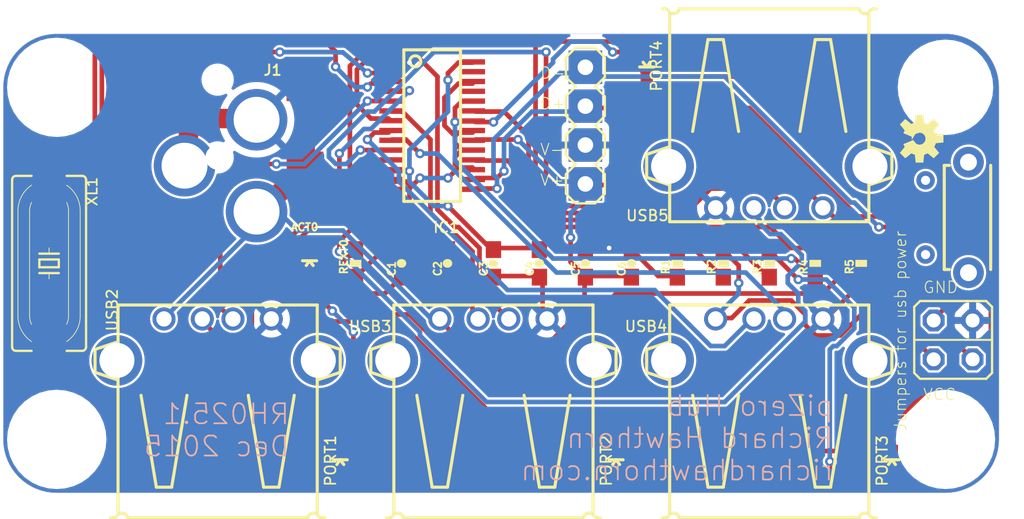
<source format=kicad_pcb>
(kicad_pcb (version 20211014) (generator pcbnew)
  (layers (0 "F.Cu" signal) (31 "B.Cu" signal) (34 "B.Paste" user) (35 "F.Paste" user) (36 "B.SilkS" user "B.Silkscreen") (37 "F.SilkS" user "F.Silkscreen") (38 "B.Mask" user) (39 "F.Mask" user) (44 "Edge.Cuts" user))
  (net 0 "")
  (net 1 "GND")
  (net 2 "D-")
  (net 3 "N$8")
  (net 4 "N$1")
  (net 5 "N$7")
  (net 6 "N$9")
  (net 7 "N$11")
  (net 8 "N$12")
  (net 9 "N$14")
  (net 10 "N$15")
  (net 11 "N$16")
  (net 12 "N$17")
  (net 13 "N$18")
  (net 14 "N$19")
  (net 15 "VBUS")
  (net 16 "3V3")
  (net 17 "N$13")
  (net 18 "N$22")
  (net 19 "N$6")
  (net 20 "N$20")
  (net 21 "N$23")
  (net 22 "N$24")
  (net 23 "N$25")
  (net 24 "D+")
  (net 25 "N$3")
  (net 26 "N$4")
  (footprint "RH025.1:LED-0603" (layer "F.Cu") (at 156.0011 118.0036)
    (fp_text reference "PORT2")
    (fp_text value "" hide)
  )
  (footprint "RH025.1:USB-MICROB-TH" (layer "F.Cu") (at 179.0011 102.0036 90)
    (fp_text reference "USB1" hide)
    (fp_text value "USBMICROB-PTH" hide)
  )
  (footprint "RH025.1:CAP-0603" (layer "F.Cu") (at 154.0011 105.0036 90)
    (fp_text reference "C5")
    (fp_text value "10uF" hide)
  )
  (footprint "RH025.1:CAP-0603" (layer "F.Cu") (at 151.0011 105.0036 -90)
    (fp_text reference "C4")
    (fp_text value "10uF" hide)
  )
  (footprint "RH025.1:RES-0603" (layer "F.Cu") (at 169.0011 105.0036 90)
    (fp_text reference "R4")
    (fp_text value "330" hide)
  )
  (footprint "RH025.1:LED-0603" (layer "F.Cu") (at 158.0011 92.0036 180)
    (fp_text reference "PORT4")
    (fp_text value "" hide)
  )
  (footprint "RH025.1:CAP-0603" (layer "F.Cu") (at 157.0011 105.0036 90)
    (fp_text reference "C6")
    (fp_text value "0.1uF" hide)
  )
  (footprint "RH025.1:USB-A-F-PTH" (layer "F.Cu") (at 148.0011 114.0036)
    (fp_text reference "USB3")
    (fp_text value "USBA-PTH" hide)
  )
  (footprint "" (layer "F.Cu") (at 119.5011 116.5036)
    (fp_text reference "@HOLE0" hide)
    (fp_text value "")
  )
  (footprint "" (layer "F.Cu") (at 119.5011 93.5036)
    (fp_text reference "@HOLE2" hide)
    (fp_text value "")
  )
  (footprint "RH025.1:LED-0603" (layer "F.Cu") (at 174.0011 118.0036)
    (fp_text reference "PORT3")
    (fp_text value "" hide)
  )
  (footprint "RH025.1:JP2Q" (layer "F.Cu") (at 178.0011 110.0036)
    (fp_text reference "JP1" hide)
    (fp_text value "")
  )
  (footprint "RH025.1:LED-0603" (layer "F.Cu") (at 138.0011 118.0036)
    (fp_text reference "PORT1")
    (fp_text value "" hide)
  )
  (footprint "RH025.1:CAP-0603" (layer "F.Cu") (at 148.0011 105.0036 -90)
    (fp_text reference "C3")
    (fp_text value "0.1uF" hide)
  )
  (footprint "RH025.1:FE1.1S_SSOP-28" (layer "F.Cu") (at 144.0011 96.0036 -90)
    (fp_text reference "IC1")
    (fp_text value "FE1.1S" hide)
  )
  (footprint "RH025.1:USB-A-F-PTH" (layer "F.Cu") (at 166.0011 114.0036)
    (fp_text reference "USB4")
    (fp_text value "USBA-PTH" hide)
  )
  (footprint "RH025.1:CAP-0603" (layer "F.Cu") (at 142.0011 105.0036 -90)
    (fp_text reference "C1")
    (fp_text value "0.1uF" hide)
  )
  (footprint "RH025.1:RES-0603" (layer "F.Cu") (at 172.0011 105.0036 90)
    (fp_text reference "R5")
    (fp_text value "330" hide)
  )
  (footprint "RH025.1:CAP-0603" (layer "F.Cu") (at 145.0011 105.0036 -90)
    (fp_text reference "C2")
    (fp_text value "10uF" hide)
  )
  (footprint "RH025.1:RES-0603" (layer "F.Cu") (at 166.0011 105.0036 90)
    (fp_text reference "R3")
    (fp_text value "330" hide)
  )
  (footprint "RH025.1:HC49UP" (layer "F.Cu") (at 119.0011 105.0036 -90)
    (fp_text reference "XL1")
    (fp_text value "12MHz" hide)
  )
  (footprint "" (layer "F.Cu") (at 177.5011 116.5036)
    (fp_text reference "@HOLE1" hide)
    (fp_text value "")
  )
  (footprint "RH025.1:RES-0603" (layer "F.Cu") (at 160.0011 105.0036 90)
    (fp_text reference "R1")
    (fp_text value "100K" hide)
  )
  (footprint "RH025.1:LED-0603" (layer "F.Cu") (at 136.0011 105.0036)
    (fp_text reference "ACT0")
    (fp_text value "" hide)
  )
  (footprint "RH025.1:USB-A-F-PTH" (layer "F.Cu") (at 166.0011 96.0036 180)
    (fp_text reference "USB5")
    (fp_text value "USBA-PTH" hide)
  )
  (footprint "RH025.1:OSHW-LOGO-S" (layer "F.Cu") (at 175.8057 96.8572 -90)
    (fp_text reference "U$3" hide)
    (fp_text value "" hide)
  )
  (footprint "RH025.1:RES-0603" (layer "F.Cu") (at 139.0011 105.0036 -90)
    (fp_text reference "REXT0")
    (fp_text value "2.7K" hide)
  )
  (footprint "RH025.1:POWER_JACK_COMBO" (layer "F.Cu") (at 130.0011 93.0036 -90)
    (fp_text reference "J1")
    (fp_text value "POWER_JACKCOMBO" hide)
  )
  (footprint "" (layer "F.Cu") (at 177.5011 93.5036)
    (fp_text reference "@HOLE3" hide)
    (fp_text value "")
  )
  (footprint "RH025.1:RES-0603" (layer "F.Cu") (at 163.0011 105.0036 90)
    (fp_text reference "R2")
    (fp_text value "47K" hide)
  )
  (footprint "RH025.1:USB-A-F-PTH" (layer "F.Cu") (at 130.0011 114.0036)
    (fp_text reference "USB2")
    (fp_text value "USBA-PTH" hide)
  )
  (footprint "RH025.1:MA04-1" (layer "F.Cu") (at 154.0011 96.0036 90)
    (fp_text reference "SV1" hide)
    (fp_text value "")
  )
  (gr_line (start 180.5011 110.0036) (end 175.5011 110.0036) (layer "F.SilkS") (width 0.1))
  (gr_line (start 116.0011 116.5036) (end 116.0011 93.5036) (layer "Edge.Cuts") (width 0.0254))
  (gr_arc (start 181.0011 116.5036) (mid 179.975974 118.978474) (end 177.5011 120.0036) (layer "Edge.Cuts") (width 0.0254))
  (gr_line (start 177.5011 120.0036) (end 119.5011 120.0036) (layer "Edge.Cuts") (width 0.0254))
  (gr_arc (start 116.0011 93.5036) (mid 117.026226 91.028726) (end 119.5011 90.0036) (layer "Edge.Cuts") (width 0.0254))
  (gr_arc (start 119.5011 120.0036) (mid 117.026226 118.978474) (end 116.0011 116.5036) (layer "Edge.Cuts") (width 0.0254))
  (gr_arc (start 177.5011 90.0036) (mid 179.975974 91.028726) (end 181.0011 93.5036) (layer "Edge.Cuts") (width 0.0254))
  (gr_line (start 119.5011 90.0036) (end 177.5011 90.0036) (layer "Edge.Cuts") (width 0.0254))
  (gr_line (start 181.0011 93.5036) (end 181.0011 116.5036) (layer "Edge.Cuts") (width 0.0254))
  (gr_text "piZero Hub\nRichard Hawthorn\nrichardhawthorn.com" (at 170.2751 119.2881) (layer "B.SilkS") (effects (font (size 1.308608 1.308608) (thickness 0.113792)) (justify left bottom mirror)))
  (gr_text "RH025.1\nDec 2015" (at 134.7751 117.7231) (layer "B.SilkS") (effects (font (size 1.308608 1.308608) (thickness 0.113792)) (justify left bottom mirror)))
  (gr_text "Jumpers for usb power" (at 175.0011 116.0036 90) (layer "F.SilkS") (effects (font (size 0.747776 0.747776) (thickness 0.065024)) (justify left bottom)))
  (gr_text "GND" (at 176.0011 107.0036) (layer "F.SilkS") (effects (font (size 0.747776 0.747776) (thickness 0.065024)) (justify left bottom)))
  (gr_text "D-" (at 151.0011 93.0036) (layer "F.SilkS") (effects (font (size 0.747776 0.747776) (thickness 0.065024)) (justify left bottom)))
  (gr_text "D+" (at 151.0011 95.0036) (layer "F.SilkS") (effects (font (size 0.747776 0.747776) (thickness 0.065024)) (justify left bottom)))
  (gr_text "V-" (at 151.0011 98.0036) (layer "F.SilkS") (effects (font (size 0.747776 0.747776) (thickness 0.065024)) (justify left bottom)))
  (gr_text "V+" (at 151.0011 100.0036) (layer "F.SilkS") (effects (font (size 0.747776 0.747776) (thickness 0.065024)) (justify left bottom)))
  (gr_text "VCC" (at 176.0011 114.0036) (layer "F.SilkS") (effects (font (size 0.747776 0.747776) (thickness 0.065024)) (justify left bottom)))
  (segment (start 141.3757 91.8858) (end 141.3011 91.8436) (width 0.3048) (layer "F.Cu") (net 1))
  (segment (start 150.9769 105.8304) (end 148.0051 105.8304) (width 0.3048) (layer "F.Cu") (net 1))
  (segment (start 169.7221 108.5736) (end 171.7795 106.5162) (width 0.3048) (layer "F.Cu") (net 1))
  (segment (start 159.8923 105.8304) (end 160.0011 105.9036) (width 0.3048) (layer "F.Cu") (net 1))
  (segment (start 144.8047 105.8304) (end 142.0615 105.8304) (width 0.3048) (layer "F.Cu") (net 1))
  (segment (start 145.7191 109.0308) (end 145.7191 108.345) (width 0.3048) (layer "F.Cu") (net 1))
  (segment (start 151.4341 108.5736) (end 151.2055 108.345) (width 0.3048) (layer "F.Cu") (net 1))
  (segment (start 138.1753 106.7448) (end 138.1753 104.916) (width 0.3048) (layer "F.Cu") (net 1))
  (segment (start 151.2055 106.059) (end 151.0011 105.9036) (width 0.3048) (layer "F.Cu") (net 1))
  (segment (start 145.0333 106.059) (end 145.0011 105.9036) (width 0.3048) (layer "F.Cu") (net 1))
  (segment (start 141.8329 106.059) (end 142.0011 105.9036) (width 0.3048) (layer "F.Cu") (net 1))
  (segment (start 146.4049 109.7166) (end 145.7191 109.0308) (width 0.3048) (layer "F.Cu") (net 1))
  (segment (start 156.9205 104.0016) (end 157.0011 104.1036) (width 0.3048) (layer "F.Cu") (net 1))
  (segment (start 151.2055 108.345) (end 151.2055 106.059) (width 0.3048) (layer "F.Cu") (net 1))
  (segment (start 150.5197 109.7166) (end 146.4049 109.7166) (width 0.3048) (layer "F.Cu") (net 1))
  (segment (start 141.8329 106.059) (end 140.9185 106.9734) (width 0.3048) (layer "F.Cu") (net 1))
  (segment (start 156.9205 104.0016) (end 155.5489 104.0016) (width 0.3048) (layer "F.Cu") (net 1))
  (segment (start 142.5187 91.8858) (end 141.3757 91.8858) (width 0.3048) (layer "F.Cu") (net 1))
  (segment (start 157.1491 104.2302) (end 157.0011 104.1036) (width 0.3048) (layer "F.Cu") (net 1))
  (segment (start 148.0051 105.8304) (end 148.0011 105.9036) (width 0.3048) (layer "F.Cu") (net 1))
  (segment (start 157.1491 104.2302) (end 158.7493 105.8304) (width 0.3048) (layer "F.Cu") (net 1))
  (segment (start 151.4341 108.5736) (end 151.5012 108.6335) (width 0.3048) (layer "F.Cu") (net 1))
  (segment (start 145.7191 108.345) (end 145.0333 107.6592) (width 0.3048) (layer "F.Cu") (net 1))
  (segment (start 155.5489 104.0016) (end 154.1773 104.0016) (width 0.3048) (layer "F.Cu") (net 1))
  (segment (start 145.0333 107.6592) (end 145.0333 106.059) (width 0.3048) (layer "F.Cu") (net 1))
  (segment (start 169.7221 108.5736) (end 169.5012 108.6335) (width 0.3048) (layer "F.Cu") (net 1))
  (segment (start 151.4341 108.8022) (end 150.5197 109.7166) (width 0.3048) (layer "F.Cu") (net 1))
  (segment (start 154.1773 104.0016) (end 154.0011 104.1036) (width 0.3048) (layer "F.Cu") (net 1))
  (segment (start 144.8047 105.8304) (end 145.0011 105.9036) (width 0.3048) (layer "F.Cu") (net 1))
  (segment (start 150.9769 105.8304) (end 151.0011 105.9036) (width 0.3048) (layer "F.Cu") (net 1))
  (segment (start 142.0615 105.8304) (end 142.0011 105.9036) (width 0.3048) (layer "F.Cu") (net 1))
  (segment (start 171.7795 106.059) (end 172.0011 105.9036) (width 0.3048) (layer "F.Cu") (net 1))
  (segment (start 138.1753 104.916) (end 138.8611 104.2302) (width 0.3048) (layer "F.Cu") (net 1))
  (segment (start 138.4039 106.9734) (end 138.1753 106.7448) (width 0.3048) (layer "F.Cu") (net 1))
  (segment (start 171.7795 106.5162) (end 171.7795 106.059) (width 0.3048) (layer "F.Cu") (net 1))
  (segment (start 158.7493 105.8304) (end 159.8923 105.8304) (width 0.3048) (layer "F.Cu") (net 1))
  (segment (start 140.9185 106.9734) (end 138.4039 106.9734) (width 0.3048) (layer "F.Cu") (net 1))
  (segment (start 151.4341 108.8022) (end 151.5012 108.6335) (width 0.3048) (layer "F.Cu") (net 1))
  (segment (start 138.8611 104.2302) (end 139.0011 104.1036) (width 0.3048) (layer "F.Cu") (net 1))
  (via (at 155.5489 104.0016) (size 0.6096) (drill 0.3048) (layers "F.Cu" "B.Cu") (net 1))
  (via (at 142.5187 91.8858) (size 0.6096) (drill 0.3048) (layers "F.Cu" "B.Cu") (net 1))
  (segment (start 146.8621 100.1154) (end 146.7011 100.1636) (width 0.3048) (layer "F.Cu") (net 2))
  (segment (start 173.1511 102.63) (end 176.1229 102.63) (width 0.3048) (layer "F.Cu") (net 2))
  (segment (start 148.2337 100.1154) (end 146.8621 100.1154) (width 0.3048) (layer "F.Cu") (net 2))
  (segment (start 176.1229 102.63) (end 176.3511 102.6536) (width 0.3048) (layer "F.Cu") (net 2))
  (via (at 173.1511 102.63) (size 0.6096) (drill 0.3048) (layers "F.Cu" "B.Cu") (net 2))
  (via (at 148.2337 100.1154) (size 0.6096) (drill 0.3048) (layers "F.Cu" "B.Cu") (net 2))
  (segment (start 148.2337 99.4296) (end 148.2337 100.1154) (width 0.3048) (layer "B.Cu") (net 2))
  (segment (start 153.7201 92.5716) (end 152.3485 92.5716) (width 0.3048) (layer "B.Cu") (net 2))
  (segment (start 148.0051 96.915) (end 148.0051 99.201) (width 0.3048) (layer "B.Cu") (net 2))
  (segment (start 153.9487 92.343) (end 154.0011 92.1936) (width 0.3048) (layer "B.Cu") (net 2))
  (segment (start 148.0051 99.201) (end 148.2337 99.4296) (width 0.3048) (layer "B.Cu") (net 2))
  (segment (start 154.6345 92.8002) (end 163.0927 92.8002) (width 0.3048) (layer "B.Cu") (net 2))
  (segment (start 154.1773 92.343) (end 154.0011 92.1936) (width 0.3048) (layer "B.Cu") (net 2))
  (segment (start 163.0927 92.8002) (end 171.3223 101.0298) (width 0.3048) (layer "B.Cu") (net 2))
  (segment (start 153.9487 92.343) (end 153.7201 92.5716) (width 0.3048) (layer "B.Cu") (net 2))
  (segment (start 154.1773 92.343) (end 154.6345 92.8002) (width 0.3048) (layer "B.Cu") (net 2))
  (segment (start 171.5509 101.0298) (end 173.1511 102.63) (width 0.3048) (layer "B.Cu") (net 2))
  (segment (start 152.3485 92.5716) (end 148.0051 96.915) (width 0.3048) (layer "B.Cu") (net 2))
  (segment (start 171.3223 101.0298) (end 171.5509 101.0298) (width 0.3048) (layer "B.Cu") (net 2))
  (segment (start 145.0333 93.0288) (end 145.0333 92.5716) (width 0.3048) (layer "F.Cu") (net 3))
  (segment (start 142.5187 98.9724) (end 141.3757 98.9724) (width 0.3048) (layer "F.Cu") (net 3))
  (segment (start 141.3757 98.9724) (end 141.3011 98.8836) (width 0.3048) (layer "F.Cu") (net 3))
  (segment (start 145.7191 91.8858) (end 146.6335 91.8858) (width 0.3048) (layer "F.Cu") (net 3))
  (segment (start 147.7765 104.0016) (end 148.0011 104.1036) (width 0.3048) (layer "F.Cu") (net 3))
  (segment (start 150.9769 104.0016) (end 151.0011 104.1036) (width 0.3048) (layer "F.Cu") (net 3))
  (segment (start 146.6335 91.8858) (end 146.7011 91.8436) (width 0.3048) (layer "F.Cu") (net 3))
  (segment (start 148.0051 104.0016) (end 148.0011 104.1036) (width 0.3048) (layer "F.Cu") (net 3))
  (segment (start 147.7765 104.0016) (end 145.0333 101.2584) (width 0.3048) (layer "F.Cu") (net 3))
  (segment (start 145.0333 92.5716) (end 145.7191 91.8858) (width 0.3048) (layer "F.Cu") (net 3))
  (segment (start 150.9769 104.0016) (end 148.0051 104.0016) (width 0.3048) (layer "F.Cu") (net 3))
  (via (at 145.0333 101.2584) (size 0.6096) (drill 0.3048) (layers "F.Cu" "B.Cu") (net 3))
  (via (at 145.0333 93.0288) (size 0.6096) (drill 0.3048) (layers "F.Cu" "B.Cu") (net 3))
  (via (at 142.5187 98.9724) (size 0.6096) (drill 0.3048) (layers "F.Cu" "B.Cu") (net 3))
  (segment (start 142.5187 97.6008) (end 145.0333 95.0862) (width 0.3048) (layer "B.Cu") (net 3))
  (segment (start 142.5187 98.9724) (end 142.5187 97.6008) (width 0.3048) (layer "B.Cu") (net 3))
  (segment (start 145.0333 101.2584) (end 144.1189 101.2584) (width 0.3048) (layer "B.Cu") (net 3))
  (segment (start 144.1189 101.2584) (end 142.5187 99.6582) (width 0.3048) (layer "B.Cu") (net 3))
  (segment (start 142.5187 99.6582) (end 142.5187 98.9724) (width 0.3048) (layer "B.Cu") (net 3))
  (segment (start 145.0333 95.0862) (end 145.0333 93.0288) (width 0.3048) (layer "B.Cu") (net 3))
  (segment (start 141.1471 100.1154) (end 141.3011 100.1636) (width 0.3048) (layer "F.Cu") (net 4))
  (segment (start 139.0897 105.8304) (end 139.0011 105.9036) (width 0.3048) (layer "F.Cu") (net 4))
  (segment (start 141.1471 103.773) (end 139.0897 105.8304) (width 0.3048) (layer "F.Cu") (net 4))
  (segment (start 141.1471 100.1154) (end 141.1471 103.773) (width 0.3048) (layer "F.Cu") (net 4))
  (segment (start 139.7755 92.5716) (end 141.1471 92.5716) (width 0.3048) (layer "F.Cu") (net 5))
  (segment (start 141.1471 92.5716) (end 141.3011 92.4836) (width 0.3048) (layer "F.Cu") (net 5))
  (segment (start 122.8591 91.2) (end 134.0605 91.2) (width 0.3048) (layer "F.Cu") (net 5))
  (segment (start 119.2015 109.7166) (end 119.0011 109.8296) (width 0.3048) (layer "F.Cu") (net 5))
  (segment (start 119.2015 109.7166) (end 122.4447 106.9734) (width 0.3048) (layer "F.Cu") (net 5))
  (segment (start 122.4447 91.6144) (end 122.8591 91.2) (width 0.3048) (layer "F.Cu") (net 5))
  (segment (start 122.4447 106.9734) (end 122.4447 91.6144) (width 0.3048) (layer "F.Cu") (net 5))
  (via (at 139.7755 92.5716) (size 0.6096) (drill 0.3048) (layers "F.Cu" "B.Cu") (net 5))
  (via (at 134.0605 91.2) (size 0.6096) (drill 0.3048) (layers "F.Cu" "B.Cu") (net 5))
  (segment (start 134.0605 91.2) (end 137.4895 91.2) (width 0.3048) (layer "B.Cu") (net 5))
  (segment (start 138.1753 91.2214) (end 139.7755 92.5716) (width 0.3048) (layer "B.Cu") (net 5))
  (segment (start 137.7181 91.2214) (end 138.1753 91.2214) (width 0.3048) (layer "B.Cu") (net 5))
  (segment (start 137.4895 91.2) (end 137.7181 91.2214) (width 0.3048) (layer "B.Cu") (net 5))
  (segment (start 121.9875 91.3858) (end 122.8591 90.5142) (width 0.3048) (layer "F.Cu") (net 6))
  (segment (start 119.2015 100.1154) (end 119.0011 100.1776) (width 0.3048) (layer "F.Cu") (net 6))
  (segment (start 139.7755 93.486) (end 140.0041 93.2574) (width 0.3048) (layer "F.Cu") (net 6))
  (segment (start 137.6967 91.1572) (end 137.6967 92.1572) (width 0.3048) (layer "F.Cu") (net 6))
  (segment (start 140.0041 93.2574) (end 141.1471 93.2574) (width 0.3048) (layer "F.Cu") (net 6))
  (segment (start 121.9875 97.8294) (end 121.9875 91.3858) (width 0.3048) (layer "F.Cu") (net 6))
  (segment (start 141.1471 93.2574) (end 141.3011 93.1236) (width 0.3048) (layer "F.Cu") (net 6))
  (segment (start 119.2015 100.1154) (end 121.9875 97.8294) (width 0.3048) (layer "F.Cu") (net 6))
  (segment (start 137.0011 90.5142) (end 137.6967 91.1572) (width 0.3048) (layer "F.Cu") (net 6))
  (segment (start 122.8591 90.5142) (end 137.0011 90.5142) (width 0.3048) (layer "F.Cu") (net 6))
  (via (at 139.7755 93.486) (size 0.6096) (drill 0.3048) (layers "F.Cu" "B.Cu") (net 6))
  (via (at 137.6967 92.1572) (size 0.6096) (drill 0.3048) (layers "F.Cu" "B.Cu") (net 6))
  (segment (start 139.0011 93.5036) (end 139.0011 93.486) (width 0.3048) (layer "B.Cu") (net 6))
  (segment (start 139.0011 93.486) (end 139.7755 93.486) (width 0.3048) (layer "B.Cu") (net 6))
  (segment (start 137.6967 92.1572) (end 139.0011 93.5036) (width 0.3048) (layer "B.Cu") (net 6))
  (segment (start 139.0897 99.6582) (end 140.4613 98.2866) (width 0.3048) (layer "F.Cu") (net 7))
  (segment (start 141.1471 98.2866) (end 141.3011 98.2436) (width 0.3048) (layer "F.Cu") (net 7))
  (segment (start 137.9467 104.2302) (end 137.9467 103.5444) (width 0.3048) (layer "F.Cu") (net 7))
  (segment (start 137.9467 103.5444) (end 139.0897 102.4014) (width 0.3048) (layer "F.Cu") (net 7))
  (segment (start 139.0897 102.4014) (end 139.0897 99.6582) (width 0.3048) (layer "F.Cu") (net 7))
  (segment (start 140.4613 98.2866) (end 141.1471 98.2866) (width 0.3048) (layer "F.Cu") (net 7))
  (via (at 137.9467 104.2302) (size 0.6096) (drill 0.3048) (layers "F.Cu" "B.Cu") (net 7))
  (segment (start 167.2075 106.2876) (end 167.8933 106.9734) (width 0.3048) (layer "B.Cu") (net 7))
  (segment (start 166.0645 103.0872) (end 166.7503 103.0872) (width 0.3048) (layer "B.Cu") (net 7))
  (segment (start 165.3787 102.4014) (end 166.0645 103.0872) (width 0.3048) (layer "B.Cu") (net 7))
  (segment (start 168.3505 108.1164) (end 168.3505 108.8022) (width 0.3048) (layer "B.Cu") (net 7))
  (segment (start 165.3787 102.1728) (end 165.3787 102.4014) (width 0.3048) (layer "B.Cu") (net 7))
  (segment (start 165.1501 101.487) (end 165.0011 101.3737) (width 0.3048) (layer "B.Cu") (net 7))
  (segment (start 167.8933 107.6592) (end 168.3505 108.1164) (width 0.3048) (layer "B.Cu") (net 7))
  (segment (start 147.5479 114.06) (end 143.2045 109.7166) (width 0.3048) (layer "B.Cu") (net 7))
  (segment (start 165.1501 101.487) (end 165.1501 101.9442) (width 0.3048) (layer "B.Cu") (net 7))
  (segment (start 167.8933 106.9734) (end 167.8933 107.6592) (width 0.3048) (layer "B.Cu") (net 7))
  (segment (start 168.1219 104.916) (end 167.2075 105.8304) (width 0.3048) (layer "B.Cu") (net 7))
  (segment (start 167.2075 105.8304) (end 167.2075 106.2876) (width 0.3048) (layer "B.Cu") (net 7))
  (segment (start 163.0927 114.06) (end 147.5479 114.06) (width 0.3048) (layer "B.Cu") (net 7))
  (segment (start 168.1219 104.4588) (end 168.1219 104.916) (width 0.3048) (layer "B.Cu") (net 7))
  (segment (start 165.1501 101.9442) (end 165.3787 102.1728) (width 0.3048) (layer "B.Cu") (net 7))
  (segment (start 143.2045 109.488) (end 137.9467 104.2302) (width 0.3048) (layer "B.Cu") (net 7))
  (segment (start 143.2045 109.7166) (end 143.2045 109.488) (width 0.3048) (layer "B.Cu") (net 7))
  (segment (start 166.7503 103.0872) (end 168.1219 104.4588) (width 0.3048) (layer "B.Cu") (net 7))
  (segment (start 168.3505 108.8022) (end 163.0927 114.06) (width 0.3048) (layer "B.Cu") (net 7))
  (segment (start 166.9789 101.2584) (end 165.8359 100.1154) (width 0.3048) (layer "F.Cu") (net 8))
  (segment (start 151.4341 99.8868) (end 151.4341 91.2) (width 0.3048) (layer "F.Cu") (net 8))
  (segment (start 166.9789 101.2584) (end 167.0011 101.3737) (width 0.3048) (layer "F.Cu") (net 8))
  (segment (start 165.8359 100.1154) (end 162.1783 100.1154) (width 0.3048) (layer "F.Cu") (net 8))
  (segment (start 161.0353 101.2584) (end 152.8057 101.2584) (width 0.3048) (layer "F.Cu") (net 8))
  (segment (start 139.3183 97.6008) (end 141.1471 97.6008) (width 0.3048) (layer "F.Cu") (net 8))
  (segment (start 152.8057 101.2584) (end 151.4341 99.8868) (width 0.3048) (layer "F.Cu") (net 8))
  (segment (start 141.1471 97.6008) (end 141.3011 97.6036) (width 0.3048) (layer "F.Cu") (net 8))
  (segment (start 162.1783 100.1154) (end 161.0353 101.2584) (width 0.3048) (layer "F.Cu") (net 8))
  (via (at 139.3183 97.6008) (size 0.6096) (drill 0.3048) (layers "F.Cu" "B.Cu") (net 8))
  (via (at 151.4341 91.2) (size 0.6096) (drill 0.3048) (layers "F.Cu" "B.Cu") (net 8))
  (segment (start 137.7181 98.5152) (end 138.4039 98.5152) (width 0.3048) (layer "B.Cu") (net 8))
  (segment (start 137.2609 97.6008) (end 137.2609 98.058) (width 0.3048) (layer "B.Cu") (net 8))
  (segment (start 151.4341 91.2) (end 144.1189 91.2) (width 0.3048) (layer "B.Cu") (net 8))
  (segment (start 140.2327 95.0862) (end 139.7755 95.0862) (width 0.3048) (layer "B.Cu") (net 8))
  (segment (start 139.7755 95.0862) (end 137.2609 97.6008) (width 0.3048) (layer "B.Cu") (net 8))
  (segment (start 137.2609 98.058) (end 137.7181 98.5152) (width 0.3048) (layer "B.Cu") (net 8))
  (segment (start 144.1189 91.2) (end 140.2327 95.0862) (width 0.3048) (layer "B.Cu") (net 8))
  (segment (start 138.4039 98.5152) (end 139.3183 97.6008) (width 0.3048) (layer "B.Cu") (net 8))
  (segment (start 142.2901 96.915) (end 141.3757 96.915) (width 0.3048) (layer "F.Cu") (net 9))
  (segment (start 141.3757 96.915) (end 141.3011 96.9636) (width 0.3048) (layer "F.Cu") (net 9))
  (segment (start 143.2045 97.8294) (end 142.2901 96.915) (width 0.3048) (layer "F.Cu") (net 9))
  (via (at 143.2045 97.8294) (size 0.6096) (drill 0.3048) (layers "F.Cu" "B.Cu") (net 9))
  (segment (start 144.3475 97.8294) (end 143.2045 97.8294) (width 0.3048) (layer "B.Cu") (net 9))
  (segment (start 164.4643 105.6018) (end 152.1199 105.6018) (width 0.3048) (layer "B.Cu") (net 9))
  (segment (start 166.9789 108.5736) (end 167.0011 108.6335) (width 0.3048) (layer "B.Cu") (net 9))
  (segment (start 152.1199 105.6018) (end 144.3475 97.8294) (width 0.3048) (layer "B.Cu") (net 9))
  (segment (start 166.9789 108.1164) (end 164.4643 105.6018) (width 0.3048) (layer "B.Cu") (net 9))
  (segment (start 166.9789 108.5736) (end 166.9789 108.1164) (width 0.3048) (layer "B.Cu") (net 9))
  (segment (start 141.1471 96.4578) (end 141.3011 96.3236) (width 0.3048) (layer "F.Cu") (net 10))
  (segment (start 140.2327 96.4578) (end 141.1471 96.4578) (width 0.3048) (layer "F.Cu") (net 10))
  (segment (start 139.7755 96.915) (end 140.2327 96.4578) (width 0.3048) (layer "F.Cu") (net 10))
  (via (at 139.7755 96.915) (size 0.6096) (drill 0.3048) (layers "F.Cu" "B.Cu") (net 10))
  (segment (start 158.5207 106.7448) (end 148.9195 106.7448) (width 0.3048) (layer "B.Cu") (net 10))
  (segment (start 163.0927 110.4024) (end 162.1783 110.4024) (width 0.3048) (layer "B.Cu") (net 10))
  (segment (start 141.8329 99.6582) (end 141.8329 98.9724) (width 0.3048) (layer "B.Cu") (net 10))
  (segment (start 148.9195 106.7448) (end 141.8329 99.6582) (width 0.3048) (layer "B.Cu") (net 10))
  (segment (start 164.9215 108.5736) (end 165.0011 108.6335) (width 0.3048) (layer "B.Cu") (net 10))
  (segment (start 162.1783 110.4024) (end 158.5207 106.7448) (width 0.3048) (layer "B.Cu") (net 10))
  (segment (start 164.9215 108.5736) (end 163.0927 110.4024) (width 0.3048) (layer "B.Cu") (net 10))
  (segment (start 141.8329 98.9724) (end 139.7755 96.915) (width 0.3048) (layer "B.Cu") (net 10))
  (segment (start 142.7473 91.2) (end 140.2327 91.2) (width 0.3048) (layer "F.Cu") (net 11))
  (segment (start 147.0907 104.0016) (end 145.7191 102.63) (width 0.3048) (layer "F.Cu") (net 11))
  (segment (start 139.0897 94.629) (end 140.0041 95.5434) (width 0.3048) (layer "F.Cu") (net 11))
  (segment (start 144.3475 92.8002) (end 142.7473 91.2) (width 0.3048) (layer "F.Cu") (net 11))
  (segment (start 145.7191 102.63) (end 145.4905 102.63) (width 0.3048) (layer "F.Cu") (net 11))
  (segment (start 147.0907 106.7448) (end 147.0907 104.0016) (width 0.3048) (layer "F.Cu") (net 11))
  (segment (start 145.4905 102.63) (end 144.3475 101.487) (width 0.3048) (layer "F.Cu") (net 11))
  (segment (start 144.3475 101.487) (end 144.3475 92.8002) (width 0.3048) (layer "F.Cu") (net 11))
  (segment (start 141.1471 95.5434) (end 141.3011 95.6836) (width 0.3048) (layer "F.Cu") (net 11))
  (segment (start 148.9195 108.5736) (end 147.0907 106.7448) (width 0.3048) (layer "F.Cu") (net 11))
  (segment (start 140.0041 95.5434) (end 141.1471 95.5434) (width 0.3048) (layer "F.Cu") (net 11))
  (segment (start 140.2327 91.2) (end 139.0897 92.343) (width 0.3048) (layer "F.Cu") (net 11))
  (segment (start 139.0897 92.343) (end 139.0897 94.629) (width 0.3048) (layer "F.Cu") (net 11))
  (segment (start 148.9195 108.5736) (end 149.0011 108.6335) (width 0.3048) (layer "F.Cu") (net 11))
  (segment (start 141.3757 95.0862) (end 141.3011 95.0436) (width 0.3048) (layer "F.Cu") (net 12))
  (segment (start 146.6335 104.2302) (end 145.4905 103.0872) (width 0.3048) (layer "F.Cu") (net 12))
  (segment (start 142.0615 95.0862) (end 141.3757 95.0862) (width 0.3048) (layer "F.Cu") (net 12))
  (segment (start 143.8903 96.915) (end 142.0615 95.0862) (width 0.3048) (layer "F.Cu") (net 12))
  (segment (start 146.6335 108.345) (end 146.6335 104.2302) (width 0.3048) (layer "F.Cu") (net 12))
  (segment (start 146.8621 108.5736) (end 146.6335 108.345) (width 0.3048) (layer "F.Cu") (net 12))
  (segment (start 146.8621 108.5736) (end 147.0011 108.6335) (width 0.3048) (layer "F.Cu") (net 12))
  (segment (start 145.2619 103.0872) (end 143.8903 101.7156) (width 0.3048) (layer "F.Cu") (net 12))
  (segment (start 145.4905 103.0872) (end 145.2619 103.0872) (width 0.3048) (layer "F.Cu") (net 12))
  (segment (start 143.8903 101.7156) (end 143.8903 96.915) (width 0.3048) (layer "F.Cu") (net 12))
  (segment (start 141.1471 94.4004) (end 141.3011 94.4036) (width 0.3048) (layer "F.Cu") (net 13))
  (segment (start 130.1743 100.5726) (end 132.2317 98.5152) (width 0.3048) (layer "F.Cu") (net 13))
  (segment (start 130.8601 108.5736) (end 131.0011 108.6335) (width 0.3048) (layer "F.Cu") (net 13))
  (segment (start 139.7755 94.4004) (end 141.1471 94.4004) (width 0.3048) (layer "F.Cu") (net 13))
  (segment (start 130.8601 108.5736) (end 130.1743 107.8878) (width 0.3048) (layer "F.Cu") (net 13))
  (segment (start 132.2317 98.5152) (end 133.8319 98.5152) (width 0.3048) (layer "F.Cu") (net 13))
  (segment (start 130.1743 107.8878) (end 130.1743 100.5726) (width 0.3048) (layer "F.Cu") (net 13))
  (via (at 139.7755 94.4004) (size 0.6096) (drill 0.3048) (layers "F.Cu" "B.Cu") (net 13))
  (via (at 133.8319 98.5152) (size 0.6096) (drill 0.3048) (layers "F.Cu" "B.Cu") (net 13))
  (segment (start 135.6607 98.5152) (end 139.7755 94.4004) (width 0.3048) (layer "B.Cu") (net 13))
  (segment (start 133.8319 98.5152) (end 135.6607 98.5152) (width 0.3048) (layer "B.Cu") (net 13))
  (segment (start 141.3757 93.7146) (end 141.3011 93.7636) (width 0.3048) (layer "F.Cu") (net 14))
  (segment (start 132.2317 109.0308) (end 132.2317 105.8304) (width 0.3048) (layer "F.Cu") (net 14))
  (segment (start 142.5187 93.7146) (end 141.3757 93.7146) (width 0.3048) (layer "F.Cu") (net 14))
  (segment (start 132.2317 105.8304) (end 137.9467 100.1154) (width 0.3048) (layer "F.Cu") (net 14))
  (segment (start 129.0313 108.8022) (end 129.9457 109.7166) (width 0.3048) (layer "F.Cu") (net 14))
  (segment (start 129.0313 108.8022) (end 129.0011 108.6335) (width 0.3048) (layer "F.Cu") (net 14))
  (segment (start 129.9457 109.7166) (end 131.5459 109.7166) (width 0.3048) (layer "F.Cu") (net 14))
  (segment (start 137.9467 100.1154) (end 137.9467 97.8294) (width 0.3048) (layer "F.Cu") (net 14))
  (segment (start 131.5459 109.7166) (end 132.2317 109.0308) (width 0.3048) (layer "F.Cu") (net 14))
  (via (at 137.9467 97.8294) (size 0.6096) (drill 0.3048) (layers "F.Cu" "B.Cu") (net 14))
  (via (at 142.5187 93.7146) (size 0.6096) (drill 0.3048) (layers "F.Cu" "B.Cu") (net 14))
  (segment (start 137.9467 97.8294) (end 139.5469 96.2292) (width 0.3048) (layer "B.Cu") (net 14))
  (segment (start 140.0041 96.2292) (end 142.5187 93.7146) (width 0.3048) (layer "B.Cu") (net 14))
  (segment (start 139.5469 96.2292) (end 140.0041 96.2292) (width 0.3048) (layer "B.Cu") (net 14))
  (segment (start 158.7493 100.8012) (end 157.8349 99.8868) (width 0.3048) (layer "F.Cu") (net 15))
  (segment (start 151.6627 110.1738) (end 153.9487 107.8878) (width 0.3048) (layer "F.Cu") (net 15))
  (segment (start 154.1773 105.8304) (end 154.0011 105.9036) (width 0.3048) (layer "F.Cu") (net 15))
  (segment (start 167.4361 107.4306) (end 164.6929 107.4306) (width 0.3048) (layer "F.Cu") (net 15))
  (segment (start 172.9225 107.4306) (end 170.6365 109.7166) (width 0.3048) (layer "F.Cu") (net 15))
  (segment (start 170.6365 102.4014) (end 172.0081 102.4014) (width 0.3048) (layer "F.Cu") (net 15))
  (segment (start 153.9487 106.059) (end 154.0011 105.9036) (width 0.3048) (layer "F.Cu") (net 15))
  (segment (start 169.4935 101.2584) (end 169.5012 101.3737) (width 0.3048) (layer "F.Cu") (net 15))
  (segment (start 169.0363 109.7166) (end 168.3505 109.0308) (width 0.3048) (layer "F.Cu") (net 15))
  (segment (start 163.0927 104.2302) (end 163.0011 104.1036) (width 0.3048) (layer "F.Cu") (net 15))
  (segment (start 160.8067 100.8012) (end 158.7493 100.8012) (width 0.3048) (layer "F.Cu") (net 15))
  (segment (start 146.8621 96.915) (end 146.7011 96.9636) (width 0.3048) (layer "F.Cu") (net 15))
  (segment (start 153.9487 107.8878) (end 153.9487 106.059) (width 0.3048) (layer "F.Cu") (net 15))
  (segment (start 144.5761 108.8022) (end 144.501 108.6335) (width 0.3048) (layer "F.Cu") (net 15))
  (segment (start 169.7221 101.487) (end 169.5012 101.3737) (width 0.3048) (layer "F.Cu") (net 15))
  (segment (start 168.3505 109.0308) (end 168.3505 108.345) (width 0.3048) (layer "F.Cu") (net 15))
  (segment (start 145.9477 110.1738) (end 151.6627 110.1738) (width 0.3048) (layer "F.Cu") (net 15))
  (segment (start 172.9225 103.3158) (end 172.9225 107.4306) (width 0.3048) (layer "F.Cu") (net 15))
  (segment (start 153.0343 104.916) (end 153.9487 105.8304) (width 0.3048) (layer "F.Cu") (net 15))
  (segment (start 144.5761 108.8022) (end 145.9477 110.1738) (width 0.3048) (layer "F.Cu") (net 15))
  (segment (start 157.8349 99.8868) (end 154.1773 99.8868) (width 0.3048) (layer "F.Cu") (net 15))
  (segment (start 170.6365 109.7166) (end 169.0363 109.7166) (width 0.3048) (layer "F.Cu") (net 15))
  (segment (start 163.5499 108.5736) (end 162.6355 108.5736) (width 0.3048) (layer "F.Cu") (net 15))
  (segment (start 154.1773 99.8868) (end 154.0011 99.8136) (width 0.3048) (layer "F.Cu") (net 15))
  (segment (start 149.6053 96.915) (end 146.8621 96.915) (width 0.3048) (layer "F.Cu") (net 15))
  (segment (start 168.3505 108.345) (end 167.4361 107.4306) (width 0.3048) (layer "F.Cu") (net 15))
  (segment (start 164.0071 105.1446) (end 163.0927 104.2302) (width 0.3048) (layer "F.Cu") (net 15))
  (segment (start 156.9205 105.8304) (end 157.0011 105.9036) (width 0.3048) (layer "F.Cu") (net 15))
  (segment (start 167.8933 99.6582) (end 161.9497 99.6582) (width 0.3048) (layer "F.Cu") (net 15))
  (segment (start 164.6929 107.4306) (end 163.5499 108.5736) (width 0.3048) (layer "F.Cu") (net 15))
  (segment (start 172.9225 107.4306) (end 176.5801 111.0882) (width 0.3048) (layer "F.Cu") (net 15))
  (segment (start 169.7221 101.487) (end 170.6365 102.4014) (width 0.3048) (layer "F.Cu") (net 15))
  (segment (start 162.6355 108.5736) (end 162.501 108.6335) (width 0.3048) (layer "F.Cu") (net 15))
  (segment (start 172.0081 102.4014) (end 172.9225 103.3158) (width 0.3048) (layer "F.Cu") (net 15))
  (segment (start 176.5801 111.0882) (end 176.7311 111.2736) (width 0.3048) (layer "F.Cu") (net 15))
  (segment (start 153.9487 105.8304) (end 154.0011 105.9036) (width 0.3048) (layer "F.Cu") (net 15))
  (segment (start 156.9205 105.8304) (end 154.1773 105.8304) (width 0.3048) (layer "F.Cu") (net 15))
  (segment (start 164.0071 106.2876) (end 164.0071 105.1446) (width 0.3048) (layer "F.Cu") (net 15))
  (segment (start 153.0343 103.3158) (end 153.0343 104.916) (width 0.3048) (layer "F.Cu") (net 15))
  (segment (start 161.9497 99.6582) (end 160.8067 100.8012) (width 0.3048) (layer "F.Cu") (net 15))
  (segment (start 169.4935 101.2584) (end 167.8933 99.6582) (width 0.3048) (layer "F.Cu") (net 15))
  (via (at 153.0343 103.3158) (size 0.6096) (drill 0.3048) (layers "F.Cu" "B.Cu") (net 15))
  (via (at 149.6053 96.915) (size 0.6096) (drill 0.3048) (layers "F.Cu" "B.Cu") (net 15))
  (via (at 164.0071 106.2876) (size 0.6096) (drill 0.3048) (layers "F.Cu" "B.Cu") (net 15))
  (segment (start 164.0071 106.9734) (end 164.0071 106.2876) (width 0.3048) (layer "B.Cu") (net 15))
  (segment (start 153.9487 100.8012) (end 153.0343 101.7156) (width 0.3048) (layer "B.Cu") (net 15))
  (segment (start 132.4603 101.7156) (end 132.4603 102.63) (width 0.3048) (layer "B.Cu") (net 15))
  (segment (start 153.9487 99.8868) (end 154.0011 99.8136) (width 0.3048) (layer "B.Cu") (net 15))
  (segment (start 132.6889 101.7156) (end 134.0605 101.7156) (width 0.3048) (layer "B.Cu") (net 15))
  (segment (start 138.1753 102.8586) (end 143.8903 108.5736) (width 0.3048) (layer "B.Cu") (net 15))
  (segment (start 153.0343 101.7156) (end 153.0343 103.3158) (width 0.3048) (layer "B.Cu") (net 15))
  (segment (start 132.4603 102.63) (end 126.5167 108.5736) (width 0.3048) (layer "B.Cu") (net 15))
  (segment (start 132.4603 101.7156) (end 132.5411 101.6236) (width 0.3048) (layer "B.Cu") (net 15))
  (segment (start 126.5167 108.5736) (end 126.501 108.6335) (width 0.3048) (layer "B.Cu") (net 15))
  (segment (start 162.4069 108.5736) (end 162.501 108.6335) (width 0.3048) (layer "B.Cu") (net 15))
  (segment (start 132.6889 101.7156) (end 132.5411 101.6236) (width 0.3048) (layer "B.Cu") (net 15))
  (segment (start 152.3485 99.6582) (end 149.6053 96.915) (width 0.3048) (layer "B.Cu") (net 15))
  (segment (start 135.2035 102.8586) (end 138.1753 102.8586) (width 0.3048) (layer "B.Cu") (net 15))
  (segment (start 162.4069 108.5736) (end 164.0071 106.9734) (width 0.3048) (layer "B.Cu") (net 15))
  (segment (start 134.0605 101.7156) (end 135.2035 102.8586) (width 0.3048) (layer "B.Cu") (net 15))
  (segment (start 144.3475 108.5736) (end 144.501 108.6335) (width 0.3048) (layer "B.Cu") (net 15))
  (segment (start 153.9487 99.6582) (end 154.0011 99.8136) (width 0.3048) (layer "B.Cu") (net 15))
  (segment (start 153.9487 99.6582) (end 152.3485 99.6582) (width 0.3048) (layer "B.Cu") (net 15))
  (segment (start 153.9487 99.8868) (end 153.9487 100.8012) (width 0.3048) (layer "B.Cu") (net 15))
  (segment (start 143.8903 108.5736) (end 144.3475 108.5736) (width 0.3048) (layer "B.Cu") (net 15))
  (segment (start 142.2901 99.6582) (end 141.3757 99.6582) (width 0.3048) (layer "F.Cu") (net 16))
  (segment (start 144.8047 104.0016) (end 145.0011 104.1036) (width 0.3048) (layer "F.Cu") (net 16))
  (segment (start 145.4905 97.1436) (end 145.4905 96.6864) (width 0.3048) (layer "F.Cu") (net 16))
  (segment (start 142.5187 104.0016) (end 142.0615 104.0016) (width 0.3048) (layer "F.Cu") (net 16))
  (segment (start 144.8047 94.1718) (end 145.7191 93.2574) (width 0.3048) (layer "F.Cu") (net 16))
  (segment (start 145.7191 98.7438) (end 146.6335 98.7438) (width 0.3048) (layer "F.Cu") (net 16))
  (segment (start 145.4905 98.5152) (end 145.7191 98.7438) (width 0.3048) (layer "F.Cu") (net 16))
  (segment (start 146.6335 97.6008) (end 145.9477 97.6008) (width 0.3048) (layer "F.Cu") (net 16))
  (segment (start 145.4905 98.058) (end 145.4905 98.5152) (width 0.3048) (layer "F.Cu") (net 16))
  (segment (start 146.6335 97.6008) (end 146.7011 97.6036) (width 0.3048) (layer "F.Cu") (net 16))
  (segment (start 145.9477 97.6008) (end 145.4905 98.058) (width 0.3048) (layer "F.Cu") (net 16))
  (segment (start 145.7191 96.4578) (end 146.6335 96.4578) (width 0.3048) (layer "F.Cu") (net 16))
  (segment (start 142.5187 100.1154) (end 142.5187 99.8868) (width 0.3048) (layer "F.Cu") (net 16))
  (segment (start 142.5187 104.0016) (end 142.5187 100.1154) (width 0.3048) (layer "F.Cu") (net 16))
  (segment (start 142.0615 104.0016) (end 142.0011 104.1036) (width 0.3048) (layer "F.Cu") (net 16))
  (segment (start 145.9477 97.6008) (end 145.4905 97.1436) (width 0.3048) (layer "F.Cu") (net 16))
  (segment (start 145.4905 96.6864) (end 144.8047 96.0006) (width 0.3048) (layer "F.Cu") (net 16))
  (segment (start 146.6335 98.7438) (end 146.7011 98.8836) (width 0.3048) (layer "F.Cu") (net 16))
  (segment (start 146.6335 96.4578) (end 146.7011 96.3236) (width 0.3048) (layer "F.Cu") (net 16))
  (segment (start 144.8047 96.0006) (end 144.8047 94.1718) (width 0.3048) (layer "F.Cu") (net 16))
  (segment (start 142.5187 99.8868) (end 142.2901 99.6582) (width 0.3048) (layer "F.Cu") (net 16))
  (segment (start 144.8047 104.0016) (end 142.5187 104.0016) (width 0.3048) (layer "F.Cu") (net 16))
  (segment (start 142.5187 100.1154) (end 143.2045 99.4296) (width 0.3048) (layer "F.Cu") (net 16))
  (segment (start 145.4905 96.6864) (end 145.7191 96.4578) (width 0.3048) (layer "F.Cu") (net 16))
  (segment (start 145.0333 99.4296) (end 145.7191 98.7438) (width 0.3048) (layer "F.Cu") (net 16))
  (segment (start 146.6335 93.2574) (end 146.7011 93.1236) (width 0.3048) (layer "F.Cu") (net 16))
  (segment (start 145.7191 93.2574) (end 146.6335 93.2574) (width 0.3048) (layer "F.Cu") (net 16))
  (segment (start 141.3757 99.6582) (end 141.3011 99.5236) (width 0.3048) (layer "F.Cu") (net 16))
  (via (at 145.0333 99.4296) (size 0.6096) (drill 0.3048) (layers "F.Cu" "B.Cu") (net 16))
  (via (at 143.2045 99.4296) (size 0.6096) (drill 0.3048) (layers "F.Cu" "B.Cu") (net 16))
  (segment (start 143.2045 99.4296) (end 145.0333 99.4296) (width 0.3048) (layer "B.Cu") (net 16))
  (segment (start 149.8339 100.344) (end 149.8339 99.201) (width 0.3048) (layer "F.Cu") (net 17))
  (segment (start 162.8641 105.8304) (end 161.2639 104.2302) (width 0.3048) (layer "F.Cu") (net 17))
  (segment (start 146.8621 98.2866) (end 146.7011 98.2436) (width 0.3048) (layer "F.Cu") (net 17))
  (segment (start 162.8641 105.8304) (end 163.0011 105.9036) (width 0.3048) (layer "F.Cu") (net 17))
  (segment (start 159.8923 104.0016) (end 160.0011 104.1036) (width 0.3048) (layer "F.Cu") (net 17))
  (segment (start 160.1209 104.2302) (end 160.0011 104.1036) (width 0.3048) (layer "F.Cu") (net 17))
  (segment (start 159.8923 104.0016) (end 158.5207 102.63) (width 0.3048) (layer "F.Cu") (net 17))
  (segment (start 158.5207 102.63) (end 152.1199 102.63) (width 0.3048) (layer "F.Cu") (net 17))
  (segment (start 152.1199 102.63) (end 149.8339 100.344) (width 0.3048) (layer "F.Cu") (net 17))
  (segment (start 148.9195 98.2866) (end 146.8621 98.2866) (width 0.3048) (layer "F.Cu") (net 17))
  (segment (start 161.2639 104.2302) (end 160.1209 104.2302) (width 0.3048) (layer "F.Cu") (net 17))
  (segment (start 149.8339 99.201) (end 148.9195 98.2866) (width 0.3048) (layer "F.Cu") (net 17))
  (segment (start 139.0897 108.345) (end 137.7181 106.9734) (width 0.3048) (layer "F.Cu") (net 18))
  (segment (start 171.7795 104.2302) (end 172.0011 104.1036) (width 0.3048) (layer "F.Cu") (net 18))
  (segment (start 137.7181 106.059) (end 136.1179 104.4588) (width 0.3048) (layer "F.Cu") (net 18))
  (segment (start 137.7181 106.9734) (end 137.7181 106.059) (width 0.3048) (layer "F.Cu") (net 18))
  (segment (start 156.0061 106.9734) (end 152.3485 110.631) (width 0.3048) (layer "F.Cu") (net 18))
  (segment (start 144.8047 110.631) (end 142.5187 108.345) (width 0.3048) (layer "F.Cu") (net 18))
  (segment (start 171.7795 104.2302) (end 171.0937 104.916) (width 0.3048) (layer "F.Cu") (net 18))
  (segment (start 171.0937 105.3732) (end 169.4935 106.9734) (width 0.3048) (layer "F.Cu") (net 18))
  (segment (start 152.3485 110.631) (end 144.8047 110.631) (width 0.3048) (layer "F.Cu") (net 18))
  (segment (start 142.5187 108.345) (end 139.0897 108.345) (width 0.3048) (layer "F.Cu") (net 18))
  (segment (start 169.4935 106.9734) (end 156.0061 106.9734) (width 0.3048) (layer "F.Cu") (net 18))
  (segment (start 171.0937 104.916) (end 171.0937 105.3732) (width 0.3048) (layer "F.Cu") (net 18))
  (segment (start 136.1179 104.4588) (end 136.0011 104.2536) (width 0.3048) (layer "F.Cu") (net 18))
  (segment (start 166.0645 102.63) (end 167.4361 104.0016) (width 0.3048) (layer "F.Cu") (net 19))
  (segment (start 157.8349 91.2) (end 158.0011 91.2536) (width 0.3048) (layer "F.Cu") (net 19))
  (segment (start 138.6325 92.1144) (end 138.6325 100.1154) (width 0.3048) (layer "F.Cu") (net 19))
  (segment (start 168.8077 104.0016) (end 169.0011 104.1036) (width 0.3048) (layer "F.Cu") (net 19))
  (segment (start 140.2327 90.5142) (end 138.6325 92.1144) (width 0.3048) (layer "F.Cu") (net 19))
  (segment (start 141.8329 108.8022) (end 150.0625 117.0318) (width 0.3048) (layer "F.Cu") (net 19))
  (segment (start 150.0625 117.0318) (end 155.7775 117.0318) (width 0.3048) (layer "F.Cu") (net 19))
  (segment (start 158.9779 101.7156) (end 159.8923 102.63) (width 0.3048) (layer "F.Cu") (net 19))
  (segment (start 150.7483 90.5142) (end 140.2327 90.5142) (width 0.3048) (layer "F.Cu") (net 19))
  (segment (start 138.6325 100.1154) (end 135.2035 103.5444) (width 0.3048) (layer "F.Cu") (net 19))
  (segment (start 150.7483 99.8868) (end 152.5771 101.7156) (width 0.3048) (layer "F.Cu") (net 19))
  (segment (start 167.4361 104.0016) (end 168.8077 104.0016) (width 0.3048) (layer "F.Cu") (net 19))
  (segment (start 152.5771 101.7156) (end 158.9779 101.7156) (width 0.3048) (layer "F.Cu") (net 19))
  (segment (start 155.7775 117.0318) (end 156.0011 117.2536) (width 0.3048) (layer "F.Cu") (net 19))
  (segment (start 135.2035 106.7448) (end 137.2609 108.8022) (width 0.3048) (layer "F.Cu") (net 19))
  (segment (start 157.1491 90.5142) (end 150.7483 90.5142) (width 0.3048) (layer "F.Cu") (net 19))
  (segment (start 135.2035 103.5444) (end 135.2035 106.7448) (width 0.3048) (layer "F.Cu") (net 19))
  (segment (start 157.8349 91.2) (end 157.1491 90.5142) (width 0.3048) (layer "F.Cu") (net 19))
  (segment (start 137.2609 108.8022) (end 141.8329 108.8022) (width 0.3048) (layer "F.Cu") (net 19))
  (segment (start 150.7483 90.5142) (end 150.7483 99.8868) (width 0.3048) (layer "F.Cu") (net 19))
  (segment (start 159.8923 102.63) (end 166.0645 102.63) (width 0.3048) (layer "F.Cu") (net 19))
  (segment (start 173.1511 119.5464) (end 169.9507 119.5464) (width 0.3048) (layer "F.Cu") (net 20))
  (segment (start 166.0645 104.2302) (end 166.0011 104.1036) (width 0.3048) (layer "F.Cu") (net 20))
  (segment (start 167.8933 106.059) (end 166.0645 104.2302) (width 0.3048) (layer "F.Cu") (net 20))
  (segment (start 137.9467 117.2604) (end 138.0011 117.2536) (width 0.3048) (layer "F.Cu") (net 20))
  (segment (start 169.9507 119.5464) (end 137.4895 119.5464) (width 0.3048) (layer "F.Cu") (net 20))
  (segment (start 169.9507 119.5464) (end 169.9507 117.9462) (width 0.3048) (layer "F.Cu") (net 20))
  (segment (start 137.4895 119.5464) (end 137.2609 119.3178) (width 0.3048) (layer "F.Cu") (net 20))
  (segment (start 137.2609 117.9462) (end 137.9467 117.2604) (width 0.3048) (layer "F.Cu") (net 20))
  (segment (start 173.8369 118.8606) (end 173.1511 119.5464) (width 0.3048) (layer "F.Cu") (net 20))
  (segment (start 137.2609 119.3178) (end 137.2609 117.9462) (width 0.3048) (layer "F.Cu") (net 20))
  (segment (start 173.8369 118.8606) (end 174.0011 118.7536) (width 0.3048) (layer "F.Cu") (net 20))
  (via (at 167.8933 106.059) (size 0.6096) (drill 0.3048) (layers "F.Cu" "B.Cu") (net 20))
  (via (at 169.9507 117.9462) (size 0.6096) (drill 0.3048) (layers "F.Cu" "B.Cu") (net 20))
  (segment (start 169.7221 106.059) (end 167.8933 106.059) (width 0.3048) (layer "B.Cu") (net 20))
  (segment (start 169.9507 117.9462) (end 169.9507 110.631) (width 0.3048) (layer "B.Cu") (net 20))
  (segment (start 171.5509 109.2594) (end 171.5509 107.8878) (width 0.3048) (layer "B.Cu") (net 20))
  (segment (start 169.9507 110.631) (end 170.1793 110.4024) (width 0.3048) (layer "B.Cu") (net 20))
  (segment (start 171.5509 107.8878) (end 169.7221 106.059) (width 0.3048) (layer "B.Cu") (net 20))
  (segment (start 170.1793 110.4024) (end 170.4079 110.4024) (width 0.3048) (layer "B.Cu") (net 20))
  (segment (start 170.4079 110.4024) (end 171.5509 109.2594) (width 0.3048) (layer "B.Cu") (net 20))
  (segment (start 159.6637 103.0872) (end 163.5499 103.0872) (width 0.3048) (layer "F.Cu") (net 21))
  (segment (start 164.0071 104.0016) (end 165.8359 105.8304) (width 0.3048) (layer "F.Cu") (net 21))
  (segment (start 146.8621 95.0862) (end 146.7011 95.0436) (width 0.3048) (layer "F.Cu") (net 21))
  (segment (start 165.8359 105.8304) (end 166.0011 105.9036) (width 0.3048) (layer "F.Cu") (net 21))
  (segment (start 152.3485 102.1728) (end 158.7493 102.1728) (width 0.3048) (layer "F.Cu") (net 21))
  (segment (start 150.2911 100.1154) (end 152.3485 102.1728) (width 0.3048) (layer "F.Cu") (net 21))
  (segment (start 148.6909 95.0862) (end 150.2911 96.6864) (width 0.3048) (layer "F.Cu") (net 21))
  (segment (start 158.7493 102.1728) (end 159.6637 103.0872) (width 0.3048) (layer "F.Cu") (net 21))
  (segment (start 146.8621 95.0862) (end 148.6909 95.0862) (width 0.3048) (layer "F.Cu") (net 21))
  (segment (start 163.5499 103.0872) (end 164.0071 103.5444) (width 0.3048) (layer "F.Cu") (net 21))
  (segment (start 150.2911 96.6864) (end 150.2911 100.1154) (width 0.3048) (layer "F.Cu") (net 21))
  (segment (start 164.0071 103.5444) (end 164.0071 104.0016) (width 0.3048) (layer "F.Cu") (net 21))
  (segment (start 167.4361 104.6874) (end 167.6647 104.6874) (width 0.3048) (layer "F.Cu") (net 22))
  (segment (start 145.9477 94.4004) (end 145.4905 94.8576) (width 0.3048) (layer "F.Cu") (net 22))
  (segment (start 145.4905 94.8576) (end 145.4905 95.772) (width 0.3048) (layer "F.Cu") (net 22))
  (segment (start 167.6647 104.6874) (end 168.8077 105.8304) (width 0.3048) (layer "F.Cu") (net 22))
  (segment (start 168.8077 105.8304) (end 169.0011 105.9036) (width 0.3048) (layer "F.Cu") (net 22))
  (segment (start 146.6335 94.4004) (end 145.9477 94.4004) (width 0.3048) (layer "F.Cu") (net 22))
  (segment (start 146.6335 94.4004) (end 146.7011 94.4036) (width 0.3048) (layer "F.Cu") (net 22))
  (via (at 167.4361 104.6874) (size 0.6096) (drill 0.3048) (layers "F.Cu" "B.Cu") (net 22))
  (via (at 145.4905 95.772) (size 0.6096) (drill 0.3048) (layers "F.Cu" "B.Cu") (net 22))
  (segment (start 145.4905 95.772) (end 145.4905 98.2866) (width 0.3048) (layer "B.Cu") (net 22))
  (segment (start 145.4905 98.2866) (end 151.8913 104.6874) (width 0.3048) (layer "B.Cu") (net 22))
  (segment (start 151.8913 104.6874) (end 167.4361 104.6874) (width 0.3048) (layer "B.Cu") (net 22))
  (segment (start 136.1179 106.7448) (end 136.1179 105.8304) (width 0.3048) (layer "F.Cu") (net 23))
  (segment (start 155.7775 118.632) (end 156.0011 118.7536) (width 0.3048) (layer "F.Cu") (net 23))
  (segment (start 157.8349 92.5716) (end 156.4633 91.2) (width 0.3048) (layer "F.Cu") (net 23))
  (segment (start 178.9945 113.0172) (end 180.4663 111.5454) (width 0.3048) (layer "F.Cu") (net 23))
  (segment (start 138.8611 118.632) (end 138.1753 118.632) (width 0.3048) (layer "F.Cu") (net 23))
  (segment (start 146.8621 95.772) (end 146.7011 95.7036) (width 0.3048) (layer "F.Cu") (net 23))
  (segment (start 179.5519 96.915) (end 175.6803 96.915) (width 0.3048) (layer "F.Cu") (net 23))
  (segment (start 174.0011 115.5318) (end 174.0011 117.2536) (width 0.3048) (layer "F.Cu") (net 23))
  (segment (start 171.5655 92.8002) (end 158.0635 92.8002) (width 0.3048) (layer "F.Cu") (net 23))
  (segment (start 156.0061 118.632) (end 156.0011 118.7536) (width 0.3048) (layer "F.Cu") (net 23))
  (segment (start 175.6803 96.915) (end 171.5655 92.8002) (width 0.3048) (layer "F.Cu") (net 23))
  (segment (start 157.3777 117.2604) (end 173.8369 117.2604) (width 0.3048) (layer "F.Cu") (net 23))
  (segment (start 136.1179 105.8304) (end 136.0011 105.7536) (width 0.3048) (layer "F.Cu") (net 23))
  (segment (start 180.4663 111.5454) (end 180.4663 97.8294) (width 0.3048) (layer "F.Cu") (net 23))
  (segment (start 174.0011 115.5318) (end 176.5801 113.0172) (width 0.3048) (layer "F.Cu") (net 23))
  (segment (start 138.1753 118.632) (end 138.0011 118.7536) (width 0.3048) (layer "F.Cu") (net 23))
  (segment (start 173.8369 117.2604) (end 174.0011 117.2536) (width 0.3048) (layer "F.Cu") (net 23))
  (segment (start 157.8349 92.5716) (end 158.0011 92.7536) (width 0.3048) (layer "F.Cu") (net 23))
  (segment (start 156.4633 91.2) (end 155.7775 91.2) (width 0.3048) (layer "F.Cu") (net 23))
  (segment (start 148.0051 95.772) (end 146.8621 95.772) (width 0.3048) (layer "F.Cu") (net 23))
  (segment (start 180.4663 97.8294) (end 179.5519 96.915) (width 0.3048) (layer "F.Cu") (net 23))
  (segment (start 138.8611 118.632) (end 138.8611 109.488) (width 0.3048) (layer "F.Cu") (net 23))
  (segment (start 155.7775 118.632) (end 138.8611 118.632) (width 0.3048) (layer "F.Cu") (net 23))
  (segment (start 176.5801 113.0172) (end 178.9945 113.0172) (width 0.3048) (layer "F.Cu") (net 23))
  (segment (start 156.0061 118.632) (end 157.3777 117.2604) (width 0.3048) (layer "F.Cu") (net 23))
  (segment (start 137.4895 108.1164) (end 136.1179 106.7448) (width 0.3048) (layer "F.Cu") (net 23))
  (segment (start 158.0635 92.8002) (end 158.0011 92.7536) (width 0.3048) (layer "F.Cu") (net 23))
  (via (at 148.0051 95.772) (size 0.6096) (drill 0.3048) (layers "F.Cu" "B.Cu") (net 23))
  (via (at 138.8611 109.488) (size 0.6096) (drill 0.3048) (layers "F.Cu" "B.Cu") (net 23))
  (via (at 155.7775 91.2) (size 0.6096) (drill 0.3048) (layers "F.Cu" "B.Cu") (net 23))
  (via (at 137.4895 108.1164) (size 0.6096) (drill 0.3048) (layers "F.Cu" "B.Cu") (net 23))
  (segment (start 151.8913 91.8858) (end 148.0051 95.772) (width 0.3048) (layer "B.Cu") (net 23))
  (segment (start 153.0343 90.5142) (end 151.8913 91.6572) (width 0.3048) (layer "B.Cu") (net 23))
  (segment (start 155.0917 90.5142) (end 153.0343 90.5142) (width 0.3048) (layer "B.Cu") (net 23))
  (segment (start 151.8913 91.6572) (end 151.8913 91.8858) (width 0.3048) (layer "B.Cu") (net 23))
  (segment (start 138.8611 109.488) (end 137.4895 108.1164) (width 0.3048) (layer "B.Cu") (net 23))
  (segment (start 155.7775 91.2) (end 155.0917 90.5142) (width 0.3048) (layer "B.Cu") (net 23))
  (segment (start 154.1773 94.8576) (end 154.0011 94.7336) (width 0.3048) (layer "F.Cu") (net 24))
  (segment (start 146.8621 99.4296) (end 146.7011 99.5236) (width 0.3048) (layer "F.Cu") (net 24))
  (segment (start 164.6929 94.8576) (end 171.7795 101.9442) (width 0.3048) (layer "F.Cu") (net 24))
  (segment (start 148.2337 99.4296) (end 146.8621 99.4296) (width 0.3048) (layer "F.Cu") (net 24))
  (segment (start 171.7795 101.9442) (end 176.1229 101.9442) (width 0.3048) (layer "F.Cu") (net 24))
  (segment (start 148.6909 98.9724) (end 148.2337 99.4296) (width 0.3048) (layer "F.Cu") (net 24))
  (segment (start 154.1773 94.8576) (end 164.6929 94.8576) (width 0.3048) (layer "F.Cu") (net 24))
  (segment (start 176.1229 101.9442) (end 176.3511 102.0036) (width 0.3048) (layer "F.Cu") (net 24))
  (via (at 148.6909 98.9724) (size 0.6096) (drill 0.3048) (layers "F.Cu" "B.Cu") (net 24))
  (segment (start 150.5197 95.0862) (end 148.6909 96.915) (width 0.3048) (layer "B.Cu") (net 24))
  (segment (start 153.7201 95.0862) (end 150.5197 95.0862) (width 0.3048) (layer "B.Cu") (net 24))
  (segment (start 153.9487 94.8576) (end 153.7201 95.0862) (width 0.3048) (layer "B.Cu") (net 24))
  (segment (start 153.9487 94.8576) (end 154.0011 94.7336) (width 0.3048) (layer "B.Cu") (net 24))
  (segment (start 148.6909 96.915) (end 148.6909 98.9724) (width 0.3048) (layer "B.Cu") (net 24))
  (segment (start 176.5801 110.1738) (end 175.2085 108.8022) (width 0.3048) (layer "F.Cu") (net 25))
  (segment (start 179.0947 111.0882) (end 179.2711 111.2736) (width 0.3048) (layer "F.Cu") (net 25))
  (segment (start 179.0947 111.0882) (end 178.1803 110.1738) (width 0.3048) (layer "F.Cu") (net 25))
  (segment (start 176.1229 103.3158) (end 176.3511 103.3036) (width 0.3048) (layer "F.Cu") (net 25))
  (segment (start 175.2085 108.8022) (end 175.2085 104.0016) (width 0.3048) (layer "F.Cu") (net 25))
  (segment (start 175.8943 103.3158) (end 176.1229 103.3158) (width 0.3048) (layer "F.Cu") (net 25))
  (segment (start 175.2085 104.0016) (end 175.8943 103.3158) (width 0.3048) (layer "F.Cu") (net 25))
  (segment (start 178.1803 110.1738) (end 176.5801 110.1738) (width 0.3048) (layer "F.Cu") (net 25))
  (segment (start 177.2659 100.8012) (end 176.3515 100.8012) (width 0.3048) (layer "F.Cu") (net 26))
  (segment (start 177.4945 107.8878) (end 177.4945 101.0298) (width 0.3048) (layer "F.Cu") (net 26))
  (segment (start 176.3515 100.8012) (end 176.3511 100.7036) (width 0.3048) (layer "F.Cu") (net 26))
  (segment (start 177.4945 101.0298) (end 177.2659 100.8012) (width 0.3048) (layer "F.Cu") (net 26))
  (segment (start 176.8087 108.5736) (end 177.4945 107.8878) (width 0.3048) (layer "F.Cu") (net 26))
  (segment (start 176.8087 108.5736) (end 176.7311 108.7336) (width 0.3048) (layer "F.Cu") (net 26))
  (zone (net 0) (net_name "") (layer "B.Cu") (connect_pads (clearance 0)) (min_thickness 0.254)
    (keepout (tracks not_allowed) (vias not_allowed) (pads not_allowed) (copperpour not_allowed) (footprints allowed))
    (fill (thermal_gap 0.508) (thermal_bridge_width 0.508))
    (polygon (pts (xy 180.619775 93.5036) (xy 180.572395 92.962048) (xy 180.431696 92.43695) (xy 180.201952 91.944263) (xy 179.890144 91.498954) (xy 179.505746 91.114556) (xy 179.060438 90.802748) (xy 178.56775 90.573004) (xy 178.042652 90.432305) (xy 177.5011 90.384925) (xy 176.959548 90.432305) (xy 176.43445 90.573004) (xy 175.941763 90.802748) (xy 175.496454 91.114556) (xy 175.112056 91.498954) (xy 174.800248 91.944263) (xy 174.570504 92.43695) (xy 174.429805 92.962048) (xy 174.382425 93.5036) (xy 174.429805 94.045152) (xy 174.570504 94.57025) (xy 174.800248 95.062937) (xy 175.112056 95.508246) (xy 175.496454 95.892644) (xy 175.941762 96.204452) (xy 176.43445 96.434196) (xy 176.959548 96.574895) (xy 177.5011 96.622275) (xy 178.042652 96.574895) (xy 178.56775 96.434196) (xy 179.060438 96.204452) (xy 179.505746 95.892644) (xy 179.890144 95.508246) (xy 180.201952 95.062937) (xy 180.431696 94.57025) (xy 180.572395 94.045152)))
    (polygon (pts (xy 180.213375 93.5036) (xy 180.172169 93.032618) (xy 180.049805 92.575947) (xy 179.849999 92.147463) (xy 179.578823 91.760183) (xy 179.244517 91.425877) (xy 178.857238 91.154701) (xy 178.428753 90.954895) (xy 177.972082 90.832531) (xy 177.5011 90.791325) (xy 177.030118 90.832531) (xy 176.573447 90.954895) (xy 176.144963 91.154701) (xy 175.757683 91.425877) (xy 175.423377 91.760183) (xy 175.152201 92.147463) (xy 174.952395 92.575947) (xy 174.830031 93.032618) (xy 174.788825 93.5036) (xy 174.830031 93.974582) (xy 174.952395 94.431253) (xy 175.152201 94.859737) (xy 175.423377 95.247017) (xy 175.757683 95.581323) (xy 176.144962 95.852499) (xy 176.573447 96.052305) (xy 177.030118 96.174669) (xy 177.5011 96.215875) (xy 177.972082 96.174669) (xy 178.428753 96.052305) (xy 178.857238 95.852499) (xy 179.244517 95.581323) (xy 179.578823 95.247017) (xy 179.849999 94.859737) (xy 180.049805 94.431253) (xy 180.172169 93.974582)))
  )
  (zone (net 0) (net_name "") (layer "B.Cu") (connect_pads (clearance 0)) (min_thickness 0.254)
    (keepout (tracks not_allowed) (vias not_allowed) (pads not_allowed) (copperpour not_allowed) (footprints allowed))
    (fill (thermal_gap 0.508) (thermal_bridge_width 0.508))
    (polygon (pts (xy 122.745681 93.5036) (xy 122.696389 92.940184) (xy 122.550009 92.393888) (xy 122.31099 91.88131) (xy 121.986593 91.418024) (xy 121.586676 91.018107) (xy 121.123391 90.69371) (xy 120.610812 90.454691) (xy 120.064516 90.308311) (xy 119.5011 90.259019) (xy 118.937684 90.308311) (xy 118.391388 90.454691) (xy 117.87881 90.69371) (xy 117.415524 91.018107) (xy 117.015607 91.418024) (xy 116.69121 91.88131) (xy 116.452191 92.393888) (xy 116.305811 92.940184) (xy 116.256519 93.5036) (xy 116.305811 94.067016) (xy 116.452191 94.613312) (xy 116.69121 95.12589) (xy 117.015607 95.589176) (xy 117.415524 95.989093) (xy 117.878809 96.31349) (xy 118.391388 96.552509) (xy 118.937684 96.698889) (xy 119.5011 96.748181) (xy 120.064516 96.698889) (xy 120.610812 96.552509) (xy 121.123391 96.31349) (xy 121.586676 95.989093) (xy 121.986593 95.589176) (xy 122.31099 95.12589) (xy 122.550009 94.613312) (xy 122.696389 94.067016)))
    (polygon (pts (xy 122.339281 93.5036) (xy 122.296163 93.010755) (xy 122.168118 92.532885) (xy 121.959037 92.08451) (xy 121.675273 91.679252) (xy 121.325448 91.329427) (xy 120.920191 91.045663) (xy 120.471815 90.836582) (xy 119.993945 90.708537) (xy 119.5011 90.665419) (xy 119.008255 90.708537) (xy 118.530385 90.836582) (xy 118.08201 91.045663) (xy 117.676752 91.329427) (xy 117.326927 91.679252) (xy 117.043163 92.08451) (xy 116.834082 92.532885) (xy 116.706037 93.010755) (xy 116.662919 93.5036) (xy 116.706037 93.996445) (xy 116.834082 94.474315) (xy 117.043163 94.92269) (xy 117.326927 95.327948) (xy 117.676752 95.677773) (xy 118.082009 95.961537) (xy 118.530385 96.170618) (xy 119.008255 96.298663) (xy 119.5011 96.341781) (xy 119.993945 96.298663) (xy 120.471815 96.170618) (xy 120.920191 95.961537) (xy 121.325448 95.677773) (xy 121.675273 95.327948) (xy 121.959037 94.92269) (xy 122.168118 94.474315) (xy 122.296163 93.996445)))
  )
  (zone (net 1) (net_name "GND") (layer "B.Cu") (priority 6) (connect_pads (clearance 0.000001)) (min_thickness 0.2032) (fill yes (thermal_gap 0.4564) (thermal_bridge_width 0.4564))
    (polygon (pts (xy 181.2043 120.2068) (xy 115.7979 120.2068) (xy 115.7979 89.8004) (xy 181.2043 89.8004)))
  )
  (zone (net 0) (net_name "") (layer "B.Cu") (connect_pads (clearance 0)) (min_thickness 0.254)
    (keepout (tracks not_allowed) (vias not_allowed) (pads not_allowed) (copperpour not_allowed) (footprints allowed))
    (fill (thermal_gap 0.508) (thermal_bridge_width 0.508))
    (polygon (pts (xy 180.745681 116.5036) (xy 180.696389 115.940184) (xy 180.550009 115.393888) (xy 180.31099 114.88131) (xy 179.986593 114.418024) (xy 179.586676 114.018107) (xy 179.123391 113.69371) (xy 178.610812 113.454691) (xy 178.064516 113.308311) (xy 177.5011 113.259019) (xy 176.937684 113.308311) (xy 176.391388 113.454691) (xy 175.87881 113.69371) (xy 175.415524 114.018107) (xy 175.015607 114.418024) (xy 174.69121 114.88131) (xy 174.452191 115.393888) (xy 174.305811 115.940184) (xy 174.256519 116.5036) (xy 174.305811 117.067016) (xy 174.452191 117.613312) (xy 174.69121 118.12589) (xy 175.015607 118.589176) (xy 175.415524 118.989093) (xy 175.878809 119.31349) (xy 176.391388 119.552509) (xy 176.937684 119.698889) (xy 177.5011 119.748181) (xy 178.064516 119.698889) (xy 178.610812 119.552509) (xy 179.123391 119.31349) (xy 179.586676 118.989093) (xy 179.986593 118.589176) (xy 180.31099 118.12589) (xy 180.550009 117.613312) (xy 180.696389 117.067016)))
    (polygon (pts (xy 180.339281 116.5036) (xy 180.296163 116.010755) (xy 180.168118 115.532885) (xy 179.959037 115.08451) (xy 179.675273 114.679252) (xy 179.325448 114.329427) (xy 178.920191 114.045663) (xy 178.471815 113.836582) (xy 177.993945 113.708537) (xy 177.5011 113.665419) (xy 177.008255 113.708537) (xy 176.530385 113.836582) (xy 176.08201 114.045663) (xy 175.676752 114.329427) (xy 175.326927 114.679252) (xy 175.043163 115.08451) (xy 174.834082 115.532885) (xy 174.706037 116.010755) (xy 174.662919 116.5036) (xy 174.706037 116.996445) (xy 174.834082 117.474315) (xy 175.043163 117.92269) (xy 175.326927 118.327948) (xy 175.676752 118.677773) (xy 176.082009 118.961537) (xy 176.530385 119.170618) (xy 177.008255 119.298663) (xy 177.5011 119.341781) (xy 177.993945 119.298663) (xy 178.471815 119.170618) (xy 178.920191 118.961537) (xy 179.325448 118.677773) (xy 179.675273 118.327948) (xy 179.959037 117.92269) (xy 180.168118 117.474315) (xy 180.296163 116.996445)))
  )
  (zone (net 0) (net_name "") (layer "B.Cu") (connect_pads (clearance 0)) (min_thickness 0.254)
    (keepout (tracks not_allowed) (vias not_allowed) (pads not_allowed) (copperpour not_allowed) (footprints allowed))
    (fill (thermal_gap 0.508) (thermal_bridge_width 0.508))
    (polygon (pts (xy 122.745681 116.5036) (xy 122.696389 115.940184) (xy 122.550009 115.393888) (xy 122.31099 114.88131) (xy 121.986593 114.418024) (xy 121.586676 114.018107) (xy 121.123391 113.69371) (xy 120.610812 113.454691) (xy 120.064516 113.308311) (xy 119.5011 113.259019) (xy 118.937684 113.308311) (xy 118.391388 113.454691) (xy 117.87881 113.69371) (xy 117.415524 114.018107) (xy 117.015607 114.418024) (xy 116.69121 114.88131) (xy 116.452191 115.393888) (xy 116.305811 115.940184) (xy 116.256519 116.5036) (xy 116.305811 117.067016) (xy 116.452191 117.613312) (xy 116.69121 118.12589) (xy 117.015607 118.589176) (xy 117.415524 118.989093) (xy 117.878809 119.31349) (xy 118.391388 119.552509) (xy 118.937684 119.698889) (xy 119.5011 119.748181) (xy 120.064516 119.698889) (xy 120.610812 119.552509) (xy 121.123391 119.31349) (xy 121.586676 118.989093) (xy 121.986593 118.589176) (xy 122.31099 118.12589) (xy 122.550009 117.613312) (xy 122.696389 117.067016)))
    (polygon (pts (xy 122.339281 116.5036) (xy 122.296163 116.010755) (xy 122.168118 115.532885) (xy 121.959037 115.08451) (xy 121.675273 114.679252) (xy 121.325448 114.329427) (xy 120.920191 114.045663) (xy 120.471815 113.836582) (xy 119.993945 113.708537) (xy 119.5011 113.665419) (xy 119.008255 113.708537) (xy 118.530385 113.836582) (xy 118.08201 114.045663) (xy 117.676752 114.329427) (xy 117.326927 114.679252) (xy 117.043163 115.08451) (xy 116.834082 115.532885) (xy 116.706037 116.010755) (xy 116.662919 116.5036) (xy 116.706037 116.996445) (xy 116.834082 117.474315) (xy 117.043163 117.92269) (xy 117.326927 118.327948) (xy 117.676752 118.677773) (xy 118.082009 118.961537) (xy 118.530385 119.170618) (xy 119.008255 119.298663) (xy 119.5011 119.341781) (xy 119.993945 119.298663) (xy 120.471815 119.170618) (xy 120.920191 118.961537) (xy 121.325448 118.677773) (xy 121.675273 118.327948) (xy 121.959037 117.92269) (xy 122.168118 117.474315) (xy 122.296163 116.996445)))
  )
)
</source>
